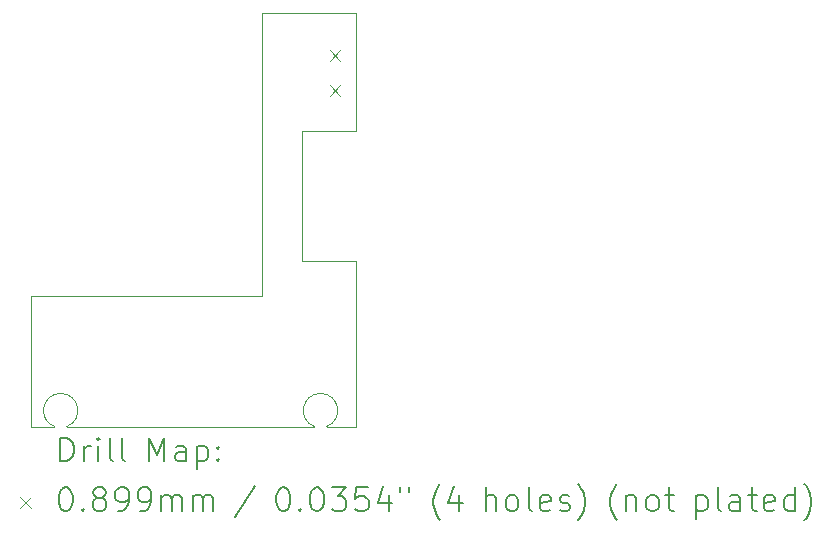
<source format=gbr>
%TF.GenerationSoftware,KiCad,Pcbnew,(6.99.0-3982-g8d40bf25d6)*%
%TF.CreationDate,2022-10-20T12:50:53+02:00*%
%TF.ProjectId,test,74657374-2e6b-4696-9361-645f70636258,rev?*%
%TF.SameCoordinates,Original*%
%TF.FileFunction,Drillmap*%
%TF.FilePolarity,Positive*%
%FSLAX45Y45*%
G04 Gerber Fmt 4.5, Leading zero omitted, Abs format (unit mm)*
G04 Created by KiCad (PCBNEW (6.99.0-3982-g8d40bf25d6)) date 2022-10-20 12:50:53*
%MOMM*%
%LPD*%
G01*
G04 APERTURE LIST*
%ADD10C,0.050000*%
%ADD11C,0.200000*%
%ADD12C,0.089916*%
G04 APERTURE END LIST*
D10*
X6679423Y-12293406D02*
G75*
G03*
X6575000Y-12293406I-52211J135404D01*
G01*
X6575000Y-12293406D02*
X4479423Y-12293406D01*
X4479423Y-12293406D02*
G75*
G03*
X4375000Y-12293406I-52211J135404D01*
G01*
X6926580Y-12293600D02*
X6926580Y-10894060D01*
X4178300Y-11188700D02*
X4178300Y-12293600D01*
X6474460Y-9794240D02*
X6929120Y-9794240D01*
X4178300Y-12293600D02*
X4375000Y-12293406D01*
X6129020Y-11188700D02*
X4178300Y-11188700D01*
X6474460Y-10894060D02*
X6474460Y-9794240D01*
X6929120Y-9794240D02*
X6929120Y-8793480D01*
X6926580Y-12293600D02*
X6679423Y-12293406D01*
X6129020Y-8793480D02*
X6129020Y-11188700D01*
X6929120Y-8793480D02*
X6129020Y-8793480D01*
X6926580Y-10894060D02*
X6474460Y-10894060D01*
D11*
D12*
X6705042Y-9105182D02*
X6794958Y-9195098D01*
X6794958Y-9105182D02*
X6705042Y-9195098D01*
X6705042Y-9105182D02*
X6794958Y-9195098D01*
X6794958Y-9105182D02*
X6705042Y-9195098D01*
X6705042Y-9404902D02*
X6794958Y-9494818D01*
X6794958Y-9404902D02*
X6705042Y-9494818D01*
X6705042Y-9404902D02*
X6794958Y-9494818D01*
X6794958Y-9404902D02*
X6705042Y-9494818D01*
D11*
X4423419Y-12589576D02*
X4423419Y-12389576D01*
X4423419Y-12389576D02*
X4471038Y-12389576D01*
X4471038Y-12389576D02*
X4499610Y-12399100D01*
X4499610Y-12399100D02*
X4518657Y-12418148D01*
X4518657Y-12418148D02*
X4528181Y-12437195D01*
X4528181Y-12437195D02*
X4537705Y-12475290D01*
X4537705Y-12475290D02*
X4537705Y-12503862D01*
X4537705Y-12503862D02*
X4528181Y-12541957D01*
X4528181Y-12541957D02*
X4518657Y-12561005D01*
X4518657Y-12561005D02*
X4499610Y-12580052D01*
X4499610Y-12580052D02*
X4471038Y-12589576D01*
X4471038Y-12589576D02*
X4423419Y-12589576D01*
X4623419Y-12589576D02*
X4623419Y-12456243D01*
X4623419Y-12494338D02*
X4632943Y-12475290D01*
X4632943Y-12475290D02*
X4642467Y-12465767D01*
X4642467Y-12465767D02*
X4661514Y-12456243D01*
X4661514Y-12456243D02*
X4680562Y-12456243D01*
X4747229Y-12589576D02*
X4747229Y-12456243D01*
X4747229Y-12389576D02*
X4737705Y-12399100D01*
X4737705Y-12399100D02*
X4747229Y-12408624D01*
X4747229Y-12408624D02*
X4756752Y-12399100D01*
X4756752Y-12399100D02*
X4747229Y-12389576D01*
X4747229Y-12389576D02*
X4747229Y-12408624D01*
X4871038Y-12589576D02*
X4851990Y-12580052D01*
X4851990Y-12580052D02*
X4842467Y-12561005D01*
X4842467Y-12561005D02*
X4842467Y-12389576D01*
X4975800Y-12589576D02*
X4956752Y-12580052D01*
X4956752Y-12580052D02*
X4947229Y-12561005D01*
X4947229Y-12561005D02*
X4947229Y-12389576D01*
X5171990Y-12589576D02*
X5171990Y-12389576D01*
X5171990Y-12389576D02*
X5238657Y-12532433D01*
X5238657Y-12532433D02*
X5305324Y-12389576D01*
X5305324Y-12389576D02*
X5305324Y-12589576D01*
X5486276Y-12589576D02*
X5486276Y-12484814D01*
X5486276Y-12484814D02*
X5476752Y-12465767D01*
X5476752Y-12465767D02*
X5457705Y-12456243D01*
X5457705Y-12456243D02*
X5419609Y-12456243D01*
X5419609Y-12456243D02*
X5400562Y-12465767D01*
X5486276Y-12580052D02*
X5467229Y-12589576D01*
X5467229Y-12589576D02*
X5419609Y-12589576D01*
X5419609Y-12589576D02*
X5400562Y-12580052D01*
X5400562Y-12580052D02*
X5391038Y-12561005D01*
X5391038Y-12561005D02*
X5391038Y-12541957D01*
X5391038Y-12541957D02*
X5400562Y-12522909D01*
X5400562Y-12522909D02*
X5419609Y-12513386D01*
X5419609Y-12513386D02*
X5467229Y-12513386D01*
X5467229Y-12513386D02*
X5486276Y-12503862D01*
X5581514Y-12456243D02*
X5581514Y-12656243D01*
X5581514Y-12465767D02*
X5600562Y-12456243D01*
X5600562Y-12456243D02*
X5638657Y-12456243D01*
X5638657Y-12456243D02*
X5657705Y-12465767D01*
X5657705Y-12465767D02*
X5667228Y-12475290D01*
X5667228Y-12475290D02*
X5676752Y-12494338D01*
X5676752Y-12494338D02*
X5676752Y-12551481D01*
X5676752Y-12551481D02*
X5667228Y-12570528D01*
X5667228Y-12570528D02*
X5657705Y-12580052D01*
X5657705Y-12580052D02*
X5638657Y-12589576D01*
X5638657Y-12589576D02*
X5600562Y-12589576D01*
X5600562Y-12589576D02*
X5581514Y-12580052D01*
X5762467Y-12570528D02*
X5771990Y-12580052D01*
X5771990Y-12580052D02*
X5762467Y-12589576D01*
X5762467Y-12589576D02*
X5752943Y-12580052D01*
X5752943Y-12580052D02*
X5762467Y-12570528D01*
X5762467Y-12570528D02*
X5762467Y-12589576D01*
X5762467Y-12465767D02*
X5771990Y-12475290D01*
X5771990Y-12475290D02*
X5762467Y-12484814D01*
X5762467Y-12484814D02*
X5752943Y-12475290D01*
X5752943Y-12475290D02*
X5762467Y-12465767D01*
X5762467Y-12465767D02*
X5762467Y-12484814D01*
D12*
X4085884Y-12891142D02*
X4175800Y-12981058D01*
X4175800Y-12891142D02*
X4085884Y-12981058D01*
D11*
X4461514Y-12809576D02*
X4480562Y-12809576D01*
X4480562Y-12809576D02*
X4499610Y-12819100D01*
X4499610Y-12819100D02*
X4509133Y-12828624D01*
X4509133Y-12828624D02*
X4518657Y-12847671D01*
X4518657Y-12847671D02*
X4528181Y-12885767D01*
X4528181Y-12885767D02*
X4528181Y-12933386D01*
X4528181Y-12933386D02*
X4518657Y-12971481D01*
X4518657Y-12971481D02*
X4509133Y-12990528D01*
X4509133Y-12990528D02*
X4499610Y-13000052D01*
X4499610Y-13000052D02*
X4480562Y-13009576D01*
X4480562Y-13009576D02*
X4461514Y-13009576D01*
X4461514Y-13009576D02*
X4442467Y-13000052D01*
X4442467Y-13000052D02*
X4432943Y-12990528D01*
X4432943Y-12990528D02*
X4423419Y-12971481D01*
X4423419Y-12971481D02*
X4413895Y-12933386D01*
X4413895Y-12933386D02*
X4413895Y-12885767D01*
X4413895Y-12885767D02*
X4423419Y-12847671D01*
X4423419Y-12847671D02*
X4432943Y-12828624D01*
X4432943Y-12828624D02*
X4442467Y-12819100D01*
X4442467Y-12819100D02*
X4461514Y-12809576D01*
X4613895Y-12990528D02*
X4623419Y-13000052D01*
X4623419Y-13000052D02*
X4613895Y-13009576D01*
X4613895Y-13009576D02*
X4604371Y-13000052D01*
X4604371Y-13000052D02*
X4613895Y-12990528D01*
X4613895Y-12990528D02*
X4613895Y-13009576D01*
X4737705Y-12895290D02*
X4718657Y-12885767D01*
X4718657Y-12885767D02*
X4709133Y-12876243D01*
X4709133Y-12876243D02*
X4699610Y-12857195D01*
X4699610Y-12857195D02*
X4699610Y-12847671D01*
X4699610Y-12847671D02*
X4709133Y-12828624D01*
X4709133Y-12828624D02*
X4718657Y-12819100D01*
X4718657Y-12819100D02*
X4737705Y-12809576D01*
X4737705Y-12809576D02*
X4775800Y-12809576D01*
X4775800Y-12809576D02*
X4794848Y-12819100D01*
X4794848Y-12819100D02*
X4804371Y-12828624D01*
X4804371Y-12828624D02*
X4813895Y-12847671D01*
X4813895Y-12847671D02*
X4813895Y-12857195D01*
X4813895Y-12857195D02*
X4804371Y-12876243D01*
X4804371Y-12876243D02*
X4794848Y-12885767D01*
X4794848Y-12885767D02*
X4775800Y-12895290D01*
X4775800Y-12895290D02*
X4737705Y-12895290D01*
X4737705Y-12895290D02*
X4718657Y-12904814D01*
X4718657Y-12904814D02*
X4709133Y-12914338D01*
X4709133Y-12914338D02*
X4699610Y-12933386D01*
X4699610Y-12933386D02*
X4699610Y-12971481D01*
X4699610Y-12971481D02*
X4709133Y-12990528D01*
X4709133Y-12990528D02*
X4718657Y-13000052D01*
X4718657Y-13000052D02*
X4737705Y-13009576D01*
X4737705Y-13009576D02*
X4775800Y-13009576D01*
X4775800Y-13009576D02*
X4794848Y-13000052D01*
X4794848Y-13000052D02*
X4804371Y-12990528D01*
X4804371Y-12990528D02*
X4813895Y-12971481D01*
X4813895Y-12971481D02*
X4813895Y-12933386D01*
X4813895Y-12933386D02*
X4804371Y-12914338D01*
X4804371Y-12914338D02*
X4794848Y-12904814D01*
X4794848Y-12904814D02*
X4775800Y-12895290D01*
X4909133Y-13009576D02*
X4947229Y-13009576D01*
X4947229Y-13009576D02*
X4966276Y-13000052D01*
X4966276Y-13000052D02*
X4975800Y-12990528D01*
X4975800Y-12990528D02*
X4994848Y-12961957D01*
X4994848Y-12961957D02*
X5004371Y-12923862D01*
X5004371Y-12923862D02*
X5004371Y-12847671D01*
X5004371Y-12847671D02*
X4994848Y-12828624D01*
X4994848Y-12828624D02*
X4985324Y-12819100D01*
X4985324Y-12819100D02*
X4966276Y-12809576D01*
X4966276Y-12809576D02*
X4928181Y-12809576D01*
X4928181Y-12809576D02*
X4909133Y-12819100D01*
X4909133Y-12819100D02*
X4899610Y-12828624D01*
X4899610Y-12828624D02*
X4890086Y-12847671D01*
X4890086Y-12847671D02*
X4890086Y-12895290D01*
X4890086Y-12895290D02*
X4899610Y-12914338D01*
X4899610Y-12914338D02*
X4909133Y-12923862D01*
X4909133Y-12923862D02*
X4928181Y-12933386D01*
X4928181Y-12933386D02*
X4966276Y-12933386D01*
X4966276Y-12933386D02*
X4985324Y-12923862D01*
X4985324Y-12923862D02*
X4994848Y-12914338D01*
X4994848Y-12914338D02*
X5004371Y-12895290D01*
X5099610Y-13009576D02*
X5137705Y-13009576D01*
X5137705Y-13009576D02*
X5156752Y-13000052D01*
X5156752Y-13000052D02*
X5166276Y-12990528D01*
X5166276Y-12990528D02*
X5185324Y-12961957D01*
X5185324Y-12961957D02*
X5194848Y-12923862D01*
X5194848Y-12923862D02*
X5194848Y-12847671D01*
X5194848Y-12847671D02*
X5185324Y-12828624D01*
X5185324Y-12828624D02*
X5175800Y-12819100D01*
X5175800Y-12819100D02*
X5156752Y-12809576D01*
X5156752Y-12809576D02*
X5118657Y-12809576D01*
X5118657Y-12809576D02*
X5099610Y-12819100D01*
X5099610Y-12819100D02*
X5090086Y-12828624D01*
X5090086Y-12828624D02*
X5080562Y-12847671D01*
X5080562Y-12847671D02*
X5080562Y-12895290D01*
X5080562Y-12895290D02*
X5090086Y-12914338D01*
X5090086Y-12914338D02*
X5099610Y-12923862D01*
X5099610Y-12923862D02*
X5118657Y-12933386D01*
X5118657Y-12933386D02*
X5156752Y-12933386D01*
X5156752Y-12933386D02*
X5175800Y-12923862D01*
X5175800Y-12923862D02*
X5185324Y-12914338D01*
X5185324Y-12914338D02*
X5194848Y-12895290D01*
X5280562Y-13009576D02*
X5280562Y-12876243D01*
X5280562Y-12895290D02*
X5290086Y-12885767D01*
X5290086Y-12885767D02*
X5309133Y-12876243D01*
X5309133Y-12876243D02*
X5337705Y-12876243D01*
X5337705Y-12876243D02*
X5356752Y-12885767D01*
X5356752Y-12885767D02*
X5366276Y-12904814D01*
X5366276Y-12904814D02*
X5366276Y-13009576D01*
X5366276Y-12904814D02*
X5375800Y-12885767D01*
X5375800Y-12885767D02*
X5394848Y-12876243D01*
X5394848Y-12876243D02*
X5423419Y-12876243D01*
X5423419Y-12876243D02*
X5442467Y-12885767D01*
X5442467Y-12885767D02*
X5451991Y-12904814D01*
X5451991Y-12904814D02*
X5451991Y-13009576D01*
X5547229Y-13009576D02*
X5547229Y-12876243D01*
X5547229Y-12895290D02*
X5556752Y-12885767D01*
X5556752Y-12885767D02*
X5575800Y-12876243D01*
X5575800Y-12876243D02*
X5604371Y-12876243D01*
X5604371Y-12876243D02*
X5623419Y-12885767D01*
X5623419Y-12885767D02*
X5632943Y-12904814D01*
X5632943Y-12904814D02*
X5632943Y-13009576D01*
X5632943Y-12904814D02*
X5642467Y-12885767D01*
X5642467Y-12885767D02*
X5661514Y-12876243D01*
X5661514Y-12876243D02*
X5690086Y-12876243D01*
X5690086Y-12876243D02*
X5709133Y-12885767D01*
X5709133Y-12885767D02*
X5718657Y-12904814D01*
X5718657Y-12904814D02*
X5718657Y-13009576D01*
X6076752Y-12800052D02*
X5905324Y-13057195D01*
X6301514Y-12809576D02*
X6320562Y-12809576D01*
X6320562Y-12809576D02*
X6339610Y-12819100D01*
X6339610Y-12819100D02*
X6349133Y-12828624D01*
X6349133Y-12828624D02*
X6358657Y-12847671D01*
X6358657Y-12847671D02*
X6368181Y-12885767D01*
X6368181Y-12885767D02*
X6368181Y-12933386D01*
X6368181Y-12933386D02*
X6358657Y-12971481D01*
X6358657Y-12971481D02*
X6349133Y-12990528D01*
X6349133Y-12990528D02*
X6339610Y-13000052D01*
X6339610Y-13000052D02*
X6320562Y-13009576D01*
X6320562Y-13009576D02*
X6301514Y-13009576D01*
X6301514Y-13009576D02*
X6282467Y-13000052D01*
X6282467Y-13000052D02*
X6272943Y-12990528D01*
X6272943Y-12990528D02*
X6263419Y-12971481D01*
X6263419Y-12971481D02*
X6253895Y-12933386D01*
X6253895Y-12933386D02*
X6253895Y-12885767D01*
X6253895Y-12885767D02*
X6263419Y-12847671D01*
X6263419Y-12847671D02*
X6272943Y-12828624D01*
X6272943Y-12828624D02*
X6282467Y-12819100D01*
X6282467Y-12819100D02*
X6301514Y-12809576D01*
X6453895Y-12990528D02*
X6463419Y-13000052D01*
X6463419Y-13000052D02*
X6453895Y-13009576D01*
X6453895Y-13009576D02*
X6444371Y-13000052D01*
X6444371Y-13000052D02*
X6453895Y-12990528D01*
X6453895Y-12990528D02*
X6453895Y-13009576D01*
X6587229Y-12809576D02*
X6606276Y-12809576D01*
X6606276Y-12809576D02*
X6625324Y-12819100D01*
X6625324Y-12819100D02*
X6634848Y-12828624D01*
X6634848Y-12828624D02*
X6644371Y-12847671D01*
X6644371Y-12847671D02*
X6653895Y-12885767D01*
X6653895Y-12885767D02*
X6653895Y-12933386D01*
X6653895Y-12933386D02*
X6644371Y-12971481D01*
X6644371Y-12971481D02*
X6634848Y-12990528D01*
X6634848Y-12990528D02*
X6625324Y-13000052D01*
X6625324Y-13000052D02*
X6606276Y-13009576D01*
X6606276Y-13009576D02*
X6587229Y-13009576D01*
X6587229Y-13009576D02*
X6568181Y-13000052D01*
X6568181Y-13000052D02*
X6558657Y-12990528D01*
X6558657Y-12990528D02*
X6549133Y-12971481D01*
X6549133Y-12971481D02*
X6539610Y-12933386D01*
X6539610Y-12933386D02*
X6539610Y-12885767D01*
X6539610Y-12885767D02*
X6549133Y-12847671D01*
X6549133Y-12847671D02*
X6558657Y-12828624D01*
X6558657Y-12828624D02*
X6568181Y-12819100D01*
X6568181Y-12819100D02*
X6587229Y-12809576D01*
X6720562Y-12809576D02*
X6844371Y-12809576D01*
X6844371Y-12809576D02*
X6777705Y-12885767D01*
X6777705Y-12885767D02*
X6806276Y-12885767D01*
X6806276Y-12885767D02*
X6825324Y-12895290D01*
X6825324Y-12895290D02*
X6834848Y-12904814D01*
X6834848Y-12904814D02*
X6844371Y-12923862D01*
X6844371Y-12923862D02*
X6844371Y-12971481D01*
X6844371Y-12971481D02*
X6834848Y-12990528D01*
X6834848Y-12990528D02*
X6825324Y-13000052D01*
X6825324Y-13000052D02*
X6806276Y-13009576D01*
X6806276Y-13009576D02*
X6749133Y-13009576D01*
X6749133Y-13009576D02*
X6730086Y-13000052D01*
X6730086Y-13000052D02*
X6720562Y-12990528D01*
X7025324Y-12809576D02*
X6930086Y-12809576D01*
X6930086Y-12809576D02*
X6920562Y-12904814D01*
X6920562Y-12904814D02*
X6930086Y-12895290D01*
X6930086Y-12895290D02*
X6949133Y-12885767D01*
X6949133Y-12885767D02*
X6996752Y-12885767D01*
X6996752Y-12885767D02*
X7015800Y-12895290D01*
X7015800Y-12895290D02*
X7025324Y-12904814D01*
X7025324Y-12904814D02*
X7034848Y-12923862D01*
X7034848Y-12923862D02*
X7034848Y-12971481D01*
X7034848Y-12971481D02*
X7025324Y-12990528D01*
X7025324Y-12990528D02*
X7015800Y-13000052D01*
X7015800Y-13000052D02*
X6996752Y-13009576D01*
X6996752Y-13009576D02*
X6949133Y-13009576D01*
X6949133Y-13009576D02*
X6930086Y-13000052D01*
X6930086Y-13000052D02*
X6920562Y-12990528D01*
X7206276Y-12876243D02*
X7206276Y-13009576D01*
X7158657Y-12800052D02*
X7111038Y-12942909D01*
X7111038Y-12942909D02*
X7234848Y-12942909D01*
X7301514Y-12809576D02*
X7301514Y-12847671D01*
X7377705Y-12809576D02*
X7377705Y-12847671D01*
X7640562Y-13085767D02*
X7631038Y-13076243D01*
X7631038Y-13076243D02*
X7611991Y-13047671D01*
X7611991Y-13047671D02*
X7602467Y-13028624D01*
X7602467Y-13028624D02*
X7592943Y-13000052D01*
X7592943Y-13000052D02*
X7583419Y-12952433D01*
X7583419Y-12952433D02*
X7583419Y-12914338D01*
X7583419Y-12914338D02*
X7592943Y-12866719D01*
X7592943Y-12866719D02*
X7602467Y-12838148D01*
X7602467Y-12838148D02*
X7611991Y-12819100D01*
X7611991Y-12819100D02*
X7631038Y-12790528D01*
X7631038Y-12790528D02*
X7640562Y-12781005D01*
X7802467Y-12876243D02*
X7802467Y-13009576D01*
X7754848Y-12800052D02*
X7707229Y-12942909D01*
X7707229Y-12942909D02*
X7831038Y-12942909D01*
X8027229Y-13009576D02*
X8027229Y-12809576D01*
X8112943Y-13009576D02*
X8112943Y-12904814D01*
X8112943Y-12904814D02*
X8103419Y-12885767D01*
X8103419Y-12885767D02*
X8084372Y-12876243D01*
X8084372Y-12876243D02*
X8055800Y-12876243D01*
X8055800Y-12876243D02*
X8036752Y-12885767D01*
X8036752Y-12885767D02*
X8027229Y-12895290D01*
X8236752Y-13009576D02*
X8217705Y-13000052D01*
X8217705Y-13000052D02*
X8208181Y-12990528D01*
X8208181Y-12990528D02*
X8198657Y-12971481D01*
X8198657Y-12971481D02*
X8198657Y-12914338D01*
X8198657Y-12914338D02*
X8208181Y-12895290D01*
X8208181Y-12895290D02*
X8217705Y-12885767D01*
X8217705Y-12885767D02*
X8236752Y-12876243D01*
X8236752Y-12876243D02*
X8265324Y-12876243D01*
X8265324Y-12876243D02*
X8284372Y-12885767D01*
X8284372Y-12885767D02*
X8293895Y-12895290D01*
X8293895Y-12895290D02*
X8303419Y-12914338D01*
X8303419Y-12914338D02*
X8303419Y-12971481D01*
X8303419Y-12971481D02*
X8293895Y-12990528D01*
X8293895Y-12990528D02*
X8284372Y-13000052D01*
X8284372Y-13000052D02*
X8265324Y-13009576D01*
X8265324Y-13009576D02*
X8236752Y-13009576D01*
X8417705Y-13009576D02*
X8398657Y-13000052D01*
X8398657Y-13000052D02*
X8389134Y-12981005D01*
X8389134Y-12981005D02*
X8389134Y-12809576D01*
X8570086Y-13000052D02*
X8551038Y-13009576D01*
X8551038Y-13009576D02*
X8512943Y-13009576D01*
X8512943Y-13009576D02*
X8493895Y-13000052D01*
X8493895Y-13000052D02*
X8484372Y-12981005D01*
X8484372Y-12981005D02*
X8484372Y-12904814D01*
X8484372Y-12904814D02*
X8493895Y-12885767D01*
X8493895Y-12885767D02*
X8512943Y-12876243D01*
X8512943Y-12876243D02*
X8551038Y-12876243D01*
X8551038Y-12876243D02*
X8570086Y-12885767D01*
X8570086Y-12885767D02*
X8579610Y-12904814D01*
X8579610Y-12904814D02*
X8579610Y-12923862D01*
X8579610Y-12923862D02*
X8484372Y-12942909D01*
X8655800Y-13000052D02*
X8674848Y-13009576D01*
X8674848Y-13009576D02*
X8712943Y-13009576D01*
X8712943Y-13009576D02*
X8731991Y-13000052D01*
X8731991Y-13000052D02*
X8741515Y-12981005D01*
X8741515Y-12981005D02*
X8741515Y-12971481D01*
X8741515Y-12971481D02*
X8731991Y-12952433D01*
X8731991Y-12952433D02*
X8712943Y-12942909D01*
X8712943Y-12942909D02*
X8684372Y-12942909D01*
X8684372Y-12942909D02*
X8665324Y-12933386D01*
X8665324Y-12933386D02*
X8655800Y-12914338D01*
X8655800Y-12914338D02*
X8655800Y-12904814D01*
X8655800Y-12904814D02*
X8665324Y-12885767D01*
X8665324Y-12885767D02*
X8684372Y-12876243D01*
X8684372Y-12876243D02*
X8712943Y-12876243D01*
X8712943Y-12876243D02*
X8731991Y-12885767D01*
X8808181Y-13085767D02*
X8817705Y-13076243D01*
X8817705Y-13076243D02*
X8836753Y-13047671D01*
X8836753Y-13047671D02*
X8846276Y-13028624D01*
X8846276Y-13028624D02*
X8855800Y-13000052D01*
X8855800Y-13000052D02*
X8865324Y-12952433D01*
X8865324Y-12952433D02*
X8865324Y-12914338D01*
X8865324Y-12914338D02*
X8855800Y-12866719D01*
X8855800Y-12866719D02*
X8846276Y-12838148D01*
X8846276Y-12838148D02*
X8836753Y-12819100D01*
X8836753Y-12819100D02*
X8817705Y-12790528D01*
X8817705Y-12790528D02*
X8808181Y-12781005D01*
X9137705Y-13085767D02*
X9128181Y-13076243D01*
X9128181Y-13076243D02*
X9109134Y-13047671D01*
X9109134Y-13047671D02*
X9099610Y-13028624D01*
X9099610Y-13028624D02*
X9090086Y-13000052D01*
X9090086Y-13000052D02*
X9080562Y-12952433D01*
X9080562Y-12952433D02*
X9080562Y-12914338D01*
X9080562Y-12914338D02*
X9090086Y-12866719D01*
X9090086Y-12866719D02*
X9099610Y-12838148D01*
X9099610Y-12838148D02*
X9109134Y-12819100D01*
X9109134Y-12819100D02*
X9128181Y-12790528D01*
X9128181Y-12790528D02*
X9137705Y-12781005D01*
X9213895Y-12876243D02*
X9213895Y-13009576D01*
X9213895Y-12895290D02*
X9223419Y-12885767D01*
X9223419Y-12885767D02*
X9242467Y-12876243D01*
X9242467Y-12876243D02*
X9271038Y-12876243D01*
X9271038Y-12876243D02*
X9290086Y-12885767D01*
X9290086Y-12885767D02*
X9299610Y-12904814D01*
X9299610Y-12904814D02*
X9299610Y-13009576D01*
X9423419Y-13009576D02*
X9404372Y-13000052D01*
X9404372Y-13000052D02*
X9394848Y-12990528D01*
X9394848Y-12990528D02*
X9385324Y-12971481D01*
X9385324Y-12971481D02*
X9385324Y-12914338D01*
X9385324Y-12914338D02*
X9394848Y-12895290D01*
X9394848Y-12895290D02*
X9404372Y-12885767D01*
X9404372Y-12885767D02*
X9423419Y-12876243D01*
X9423419Y-12876243D02*
X9451991Y-12876243D01*
X9451991Y-12876243D02*
X9471038Y-12885767D01*
X9471038Y-12885767D02*
X9480562Y-12895290D01*
X9480562Y-12895290D02*
X9490086Y-12914338D01*
X9490086Y-12914338D02*
X9490086Y-12971481D01*
X9490086Y-12971481D02*
X9480562Y-12990528D01*
X9480562Y-12990528D02*
X9471038Y-13000052D01*
X9471038Y-13000052D02*
X9451991Y-13009576D01*
X9451991Y-13009576D02*
X9423419Y-13009576D01*
X9547229Y-12876243D02*
X9623419Y-12876243D01*
X9575800Y-12809576D02*
X9575800Y-12981005D01*
X9575800Y-12981005D02*
X9585324Y-13000052D01*
X9585324Y-13000052D02*
X9604372Y-13009576D01*
X9604372Y-13009576D02*
X9623419Y-13009576D01*
X9810086Y-12876243D02*
X9810086Y-13076243D01*
X9810086Y-12885767D02*
X9829134Y-12876243D01*
X9829134Y-12876243D02*
X9867229Y-12876243D01*
X9867229Y-12876243D02*
X9886276Y-12885767D01*
X9886276Y-12885767D02*
X9895800Y-12895290D01*
X9895800Y-12895290D02*
X9905324Y-12914338D01*
X9905324Y-12914338D02*
X9905324Y-12971481D01*
X9905324Y-12971481D02*
X9895800Y-12990528D01*
X9895800Y-12990528D02*
X9886276Y-13000052D01*
X9886276Y-13000052D02*
X9867229Y-13009576D01*
X9867229Y-13009576D02*
X9829134Y-13009576D01*
X9829134Y-13009576D02*
X9810086Y-13000052D01*
X10019610Y-13009576D02*
X10000562Y-13000052D01*
X10000562Y-13000052D02*
X9991038Y-12981005D01*
X9991038Y-12981005D02*
X9991038Y-12809576D01*
X10181515Y-13009576D02*
X10181515Y-12904814D01*
X10181515Y-12904814D02*
X10171991Y-12885767D01*
X10171991Y-12885767D02*
X10152943Y-12876243D01*
X10152943Y-12876243D02*
X10114848Y-12876243D01*
X10114848Y-12876243D02*
X10095800Y-12885767D01*
X10181515Y-13000052D02*
X10162467Y-13009576D01*
X10162467Y-13009576D02*
X10114848Y-13009576D01*
X10114848Y-13009576D02*
X10095800Y-13000052D01*
X10095800Y-13000052D02*
X10086276Y-12981005D01*
X10086276Y-12981005D02*
X10086276Y-12961957D01*
X10086276Y-12961957D02*
X10095800Y-12942909D01*
X10095800Y-12942909D02*
X10114848Y-12933386D01*
X10114848Y-12933386D02*
X10162467Y-12933386D01*
X10162467Y-12933386D02*
X10181515Y-12923862D01*
X10248181Y-12876243D02*
X10324372Y-12876243D01*
X10276753Y-12809576D02*
X10276753Y-12981005D01*
X10276753Y-12981005D02*
X10286276Y-13000052D01*
X10286276Y-13000052D02*
X10305324Y-13009576D01*
X10305324Y-13009576D02*
X10324372Y-13009576D01*
X10467229Y-13000052D02*
X10448181Y-13009576D01*
X10448181Y-13009576D02*
X10410086Y-13009576D01*
X10410086Y-13009576D02*
X10391038Y-13000052D01*
X10391038Y-13000052D02*
X10381515Y-12981005D01*
X10381515Y-12981005D02*
X10381515Y-12904814D01*
X10381515Y-12904814D02*
X10391038Y-12885767D01*
X10391038Y-12885767D02*
X10410086Y-12876243D01*
X10410086Y-12876243D02*
X10448181Y-12876243D01*
X10448181Y-12876243D02*
X10467229Y-12885767D01*
X10467229Y-12885767D02*
X10476753Y-12904814D01*
X10476753Y-12904814D02*
X10476753Y-12923862D01*
X10476753Y-12923862D02*
X10381515Y-12942909D01*
X10648181Y-13009576D02*
X10648181Y-12809576D01*
X10648181Y-13000052D02*
X10629134Y-13009576D01*
X10629134Y-13009576D02*
X10591038Y-13009576D01*
X10591038Y-13009576D02*
X10571991Y-13000052D01*
X10571991Y-13000052D02*
X10562467Y-12990528D01*
X10562467Y-12990528D02*
X10552943Y-12971481D01*
X10552943Y-12971481D02*
X10552943Y-12914338D01*
X10552943Y-12914338D02*
X10562467Y-12895290D01*
X10562467Y-12895290D02*
X10571991Y-12885767D01*
X10571991Y-12885767D02*
X10591038Y-12876243D01*
X10591038Y-12876243D02*
X10629134Y-12876243D01*
X10629134Y-12876243D02*
X10648181Y-12885767D01*
X10724372Y-13085767D02*
X10733896Y-13076243D01*
X10733896Y-13076243D02*
X10752943Y-13047671D01*
X10752943Y-13047671D02*
X10762467Y-13028624D01*
X10762467Y-13028624D02*
X10771991Y-13000052D01*
X10771991Y-13000052D02*
X10781515Y-12952433D01*
X10781515Y-12952433D02*
X10781515Y-12914338D01*
X10781515Y-12914338D02*
X10771991Y-12866719D01*
X10771991Y-12866719D02*
X10762467Y-12838148D01*
X10762467Y-12838148D02*
X10752943Y-12819100D01*
X10752943Y-12819100D02*
X10733896Y-12790528D01*
X10733896Y-12790528D02*
X10724372Y-12781005D01*
M02*

</source>
